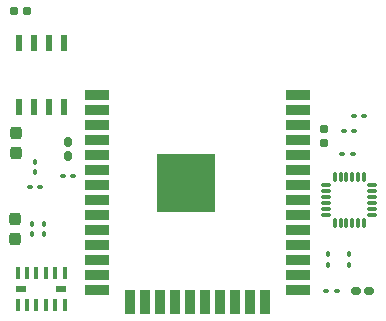
<source format=gtp>
G04 #@! TF.GenerationSoftware,KiCad,Pcbnew,(6.0.1-0)*
G04 #@! TF.CreationDate,2022-01-30T17:40:57-05:00*
G04 #@! TF.ProjectId,impact_v1.1,696d7061-6374-45f7-9631-2e312e6b6963,rev?*
G04 #@! TF.SameCoordinates,Original*
G04 #@! TF.FileFunction,Paste,Top*
G04 #@! TF.FilePolarity,Positive*
%FSLAX46Y46*%
G04 Gerber Fmt 4.6, Leading zero omitted, Abs format (unit mm)*
G04 Created by KiCad (PCBNEW (6.0.1-0)) date 2022-01-30 17:40:57*
%MOMM*%
%LPD*%
G01*
G04 APERTURE LIST*
G04 Aperture macros list*
%AMRoundRect*
0 Rectangle with rounded corners*
0 $1 Rounding radius*
0 $2 $3 $4 $5 $6 $7 $8 $9 X,Y pos of 4 corners*
0 Add a 4 corners polygon primitive as box body*
4,1,4,$2,$3,$4,$5,$6,$7,$8,$9,$2,$3,0*
0 Add four circle primitives for the rounded corners*
1,1,$1+$1,$2,$3*
1,1,$1+$1,$4,$5*
1,1,$1+$1,$6,$7*
1,1,$1+$1,$8,$9*
0 Add four rect primitives between the rounded corners*
20,1,$1+$1,$2,$3,$4,$5,0*
20,1,$1+$1,$4,$5,$6,$7,0*
20,1,$1+$1,$6,$7,$8,$9,0*
20,1,$1+$1,$8,$9,$2,$3,0*%
G04 Aperture macros list end*
%ADD10RoundRect,0.090000X0.139000X0.090000X-0.139000X0.090000X-0.139000X-0.090000X0.139000X-0.090000X0*%
%ADD11R,0.533400X1.460500*%
%ADD12RoundRect,0.090000X-0.090000X0.139000X-0.090000X-0.139000X0.090000X-0.139000X0.090000X0.139000X0*%
%ADD13RoundRect,0.090000X0.090000X-0.139000X0.090000X0.139000X-0.090000X0.139000X-0.090000X-0.139000X0*%
%ADD14RoundRect,0.160000X0.222500X0.160000X-0.222500X0.160000X-0.222500X-0.160000X0.222500X-0.160000X0*%
%ADD15RoundRect,0.090000X-0.139000X-0.090000X0.139000X-0.090000X0.139000X0.090000X-0.139000X0.090000X0*%
%ADD16R,0.449200X1.117800*%
%ADD17R,0.813000X0.500000*%
%ADD18RoundRect,0.160000X-0.160000X0.222500X-0.160000X-0.222500X0.160000X-0.222500X0.160000X0.222500X0*%
%ADD19RoundRect,0.075000X0.075000X-0.350000X0.075000X0.350000X-0.075000X0.350000X-0.075000X-0.350000X0*%
%ADD20RoundRect,0.075000X0.350000X0.075000X-0.350000X0.075000X-0.350000X-0.075000X0.350000X-0.075000X0*%
%ADD21RoundRect,0.155000X0.155000X-0.212500X0.155000X0.212500X-0.155000X0.212500X-0.155000X-0.212500X0*%
%ADD22RoundRect,0.237500X-0.237500X0.300000X-0.237500X-0.300000X0.237500X-0.300000X0.237500X0.300000X0*%
%ADD23R,2.000000X0.900000*%
%ADD24R,0.900000X2.000000*%
%ADD25R,5.000000X5.000000*%
%ADD26RoundRect,0.237500X0.237500X-0.300000X0.237500X0.300000X-0.237500X0.300000X-0.237500X-0.300000X0*%
%ADD27RoundRect,0.155000X0.212500X0.155000X-0.212500X0.155000X-0.212500X-0.155000X0.212500X-0.155000X0*%
G04 APERTURE END LIST*
D10*
X165525000Y-90900000D03*
X164660000Y-90900000D03*
X164175000Y-102550000D03*
X163310000Y-102550000D03*
D11*
X141120000Y-81500000D03*
X139850000Y-81500000D03*
X138580000Y-81500000D03*
X137310000Y-81500000D03*
X137310000Y-86948300D03*
X138580000Y-86948300D03*
X139850000Y-86948300D03*
X141120000Y-86948300D03*
D12*
X163450000Y-100275000D03*
X163450000Y-99410000D03*
D13*
X139400000Y-97712500D03*
X139400000Y-96847500D03*
D14*
X166922500Y-102550000D03*
X165777500Y-102550000D03*
D15*
X165625000Y-88950000D03*
X164760000Y-88950000D03*
X141010000Y-92800000D03*
X141875000Y-92800000D03*
D10*
X165617500Y-87700000D03*
X166482500Y-87700000D03*
D16*
X141150002Y-100950000D03*
X140350001Y-100950000D03*
X139550000Y-100950000D03*
X138750002Y-100950000D03*
X137950001Y-100950000D03*
X137150002Y-100950000D03*
D17*
X137431503Y-102320901D03*
D16*
X137150000Y-103691802D03*
X137950001Y-103691802D03*
X138750002Y-103691802D03*
X139550000Y-103691802D03*
X140350001Y-103691802D03*
X141150000Y-103691802D03*
D17*
X140868499Y-102320901D03*
D18*
X141400000Y-89927500D03*
X141400000Y-91072500D03*
D19*
X164000000Y-96750000D03*
X164500000Y-96750000D03*
X165000000Y-96750000D03*
X165500000Y-96750000D03*
X166000000Y-96750000D03*
X166500000Y-96750000D03*
D20*
X167200000Y-96050000D03*
X167200000Y-95550000D03*
X167200000Y-95050000D03*
X167200000Y-94550000D03*
X167200000Y-94050000D03*
X167200000Y-93550000D03*
D19*
X166500000Y-92850000D03*
X166000000Y-92850000D03*
X165500000Y-92850000D03*
X165000000Y-92850000D03*
X164500000Y-92850000D03*
X164000000Y-92850000D03*
D20*
X163300000Y-93550000D03*
X163300000Y-94050000D03*
X163300000Y-94550000D03*
X163300000Y-95050000D03*
X163300000Y-95550000D03*
X163300000Y-96050000D03*
D12*
X138350000Y-96847500D03*
X138350000Y-97712500D03*
X165250000Y-100275000D03*
X165250000Y-99410000D03*
D21*
X163073800Y-89950000D03*
X163073800Y-88815000D03*
D10*
X139032500Y-93700000D03*
X138167500Y-93700000D03*
D12*
X138650000Y-91567500D03*
X138650000Y-92432500D03*
D22*
X136950000Y-96387500D03*
X136950000Y-98112500D03*
D23*
X143900000Y-85895000D03*
X143900000Y-87165000D03*
X143900000Y-88435000D03*
X143900000Y-89705000D03*
X143900000Y-90975000D03*
X143900000Y-92245000D03*
X143900000Y-93515000D03*
X143900000Y-94785000D03*
X143900000Y-96055000D03*
X143900000Y-97325000D03*
X143900000Y-98595000D03*
X143900000Y-99865000D03*
X143900000Y-101135000D03*
X143900000Y-102405000D03*
D24*
X146685000Y-103405000D03*
X147955000Y-103405000D03*
X149225000Y-103405000D03*
X150495000Y-103405000D03*
X151765000Y-103405000D03*
X153035000Y-103405000D03*
X154305000Y-103405000D03*
X155575000Y-103405000D03*
X156845000Y-103405000D03*
X158115000Y-103405000D03*
D23*
X160900000Y-102405000D03*
X160900000Y-101135000D03*
X160900000Y-99865000D03*
X160900000Y-98595000D03*
X160900000Y-97325000D03*
X160900000Y-96055000D03*
X160900000Y-94785000D03*
X160900000Y-93515000D03*
X160900000Y-92245000D03*
X160900000Y-90975000D03*
X160900000Y-89705000D03*
X160900000Y-88435000D03*
X160900000Y-87165000D03*
X160900000Y-85895000D03*
D25*
X151400000Y-93395000D03*
D26*
X137050000Y-90825000D03*
X137050000Y-89100000D03*
D27*
X137950000Y-78800000D03*
X136815000Y-78800000D03*
M02*

</source>
